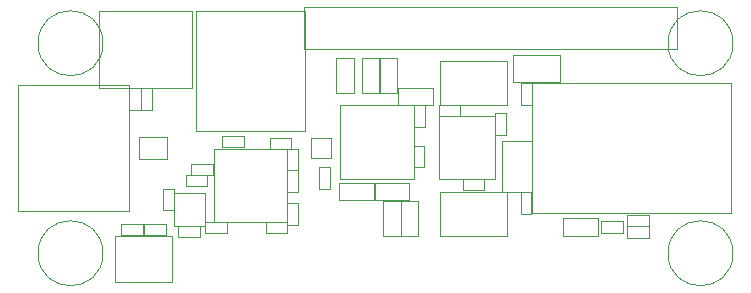
<source format=gbr>
%TF.GenerationSoftware,KiCad,Pcbnew,9.0.7*%
%TF.CreationDate,2026-01-28T15:54:31+01:00*%
%TF.ProjectId,RoyalBlue54L-Feather,526f7961-6c42-46c7-9565-35344c2d4665,rev?*%
%TF.SameCoordinates,Original*%
%TF.FileFunction,Other,User*%
%FSLAX46Y46*%
G04 Gerber Fmt 4.6, Leading zero omitted, Abs format (unit mm)*
G04 Created by KiCad (PCBNEW 9.0.7) date 2026-01-28 15:54:31*
%MOMM*%
%LPD*%
G01*
G04 APERTURE LIST*
%ADD10C,0.050000*%
G04 APERTURE END LIST*
D10*
%TO.C,H4*%
X177730000Y-113870000D02*
G75*
G02*
X172230000Y-113870000I-2750000J0D01*
G01*
X172230000Y-113870000D02*
G75*
G02*
X177730000Y-113870000I2750000J0D01*
G01*
%TO.C,C25*%
X152800000Y-101350000D02*
X154620000Y-101350000D01*
X152800000Y-102270000D02*
X152800000Y-101350000D01*
X154620000Y-101350000D02*
X154620000Y-102270000D01*
X154620000Y-102270000D02*
X152800000Y-102270000D01*
%TO.C,R5*%
X168770000Y-111600000D02*
X170630000Y-111600000D01*
X168770000Y-112540000D02*
X168770000Y-111600000D01*
X170630000Y-111600000D02*
X170630000Y-112540000D01*
X170630000Y-112540000D02*
X168770000Y-112540000D01*
%TO.C,J4*%
X132280000Y-93358000D02*
X132280000Y-103558000D01*
X132280000Y-103558000D02*
X141480000Y-103558000D01*
X141480000Y-93358000D02*
X132280000Y-93358000D01*
X141480000Y-103558000D02*
X141480000Y-93358000D01*
%TO.C,U1*%
X177520000Y-99480000D02*
X160720000Y-99480000D01*
X160720000Y-110480000D01*
X177520000Y-110480000D01*
X177520000Y-99480000D01*
%TO.C,R6*%
X166520000Y-111180000D02*
X168380000Y-111180000D01*
X166520000Y-112120000D02*
X166520000Y-111180000D01*
X168380000Y-111180000D02*
X168380000Y-112120000D01*
X168380000Y-112120000D02*
X166520000Y-112120000D01*
%TO.C,C10*%
X139980000Y-106850000D02*
X140900000Y-106850000D01*
X139980000Y-108670000D02*
X139980000Y-106850000D01*
X140900000Y-106850000D02*
X140900000Y-108670000D01*
X140900000Y-108670000D02*
X139980000Y-108670000D01*
%TO.C,R7*%
X168770000Y-110660000D02*
X170630000Y-110660000D01*
X168770000Y-111600000D02*
X168770000Y-110660000D01*
X170630000Y-110660000D02*
X170630000Y-111600000D01*
X170630000Y-111600000D02*
X168770000Y-111600000D01*
%TO.C,D3*%
X142030000Y-104130000D02*
X142030000Y-105830000D01*
X142030000Y-105830000D02*
X143730000Y-105830000D01*
X143730000Y-104130000D02*
X142030000Y-104130000D01*
X143730000Y-105830000D02*
X143730000Y-104130000D01*
%TO.C,U2*%
X144480000Y-101360000D02*
X144480000Y-107560000D01*
X144480000Y-107560000D02*
X150680000Y-107560000D01*
X150680000Y-101360000D02*
X144480000Y-101360000D01*
X150680000Y-107560000D02*
X150680000Y-101360000D01*
%TO.C,C23*%
X138490000Y-104110000D02*
X140310000Y-104110000D01*
X138490000Y-105030000D02*
X138490000Y-104110000D01*
X140310000Y-104110000D02*
X140310000Y-105030000D01*
X140310000Y-105030000D02*
X138490000Y-105030000D01*
%TO.C,R2*%
X126633416Y-99915058D02*
X127573416Y-99915058D01*
X126633416Y-101775058D02*
X126633416Y-99915058D01*
X127573416Y-99915058D02*
X127573416Y-101775058D01*
X127573416Y-101775058D02*
X126633416Y-101775058D01*
%TO.C,C24*%
X157600000Y-102030000D02*
X158520000Y-102030000D01*
X157600000Y-103850000D02*
X157600000Y-102030000D01*
X158520000Y-102030000D02*
X158520000Y-103850000D01*
X158520000Y-103850000D02*
X157600000Y-103850000D01*
%TO.C,H2*%
X177730000Y-96090000D02*
G75*
G02*
X172230000Y-96090000I-2750000J0D01*
G01*
X172230000Y-96090000D02*
G75*
G02*
X177730000Y-96090000I2750000J0D01*
G01*
%TO.C,C19*%
X139980000Y-109620000D02*
X140900000Y-109620000D01*
X139980000Y-111440000D02*
X139980000Y-109620000D01*
X140900000Y-109620000D02*
X140900000Y-111440000D01*
X140900000Y-111440000D02*
X139980000Y-111440000D01*
%TO.C,C1*%
X150680000Y-104780000D02*
X151600000Y-104780000D01*
X150680000Y-106600000D02*
X150680000Y-104780000D01*
X151600000Y-104780000D02*
X151600000Y-106600000D01*
X151600000Y-106600000D02*
X150680000Y-106600000D01*
%TO.C,J3*%
X117210000Y-99660000D02*
X117210000Y-110300000D01*
X126630000Y-99660000D02*
X117210000Y-99660000D01*
X126630000Y-99660000D02*
X126630000Y-110300000D01*
X126630000Y-110300000D02*
X117210000Y-110300000D01*
%TO.C,C18*%
X129470000Y-108390000D02*
X130390000Y-108390000D01*
X129470000Y-110210000D02*
X129470000Y-108390000D01*
X130390000Y-108390000D02*
X130390000Y-110210000D01*
X130390000Y-110210000D02*
X129470000Y-110210000D01*
%TO.C,U4*%
X158210000Y-104400000D02*
X158210000Y-108660000D01*
X158210000Y-108660000D02*
X160710000Y-108660000D01*
X160710000Y-104400000D02*
X158210000Y-104400000D01*
X160710000Y-108660000D02*
X160710000Y-104400000D01*
%TO.C,C4*%
X147850000Y-97340000D02*
X149310000Y-97340000D01*
X147850000Y-100300000D02*
X147850000Y-97340000D01*
X149310000Y-97340000D02*
X149310000Y-100300000D01*
X149310000Y-100300000D02*
X147850000Y-100300000D01*
%TO.C,Y2*%
X130390000Y-108800000D02*
X130390000Y-111600000D01*
X130390000Y-111600000D02*
X132990000Y-111600000D01*
X132990000Y-108800000D02*
X130390000Y-108800000D01*
X132990000Y-111600000D02*
X132990000Y-108800000D01*
%TO.C,C16*%
X133050000Y-111250000D02*
X134870000Y-111250000D01*
X133050000Y-112170000D02*
X133050000Y-111250000D01*
X134870000Y-111250000D02*
X134870000Y-112170000D01*
X134870000Y-112170000D02*
X133050000Y-112170000D01*
%TO.C,C22*%
X131870000Y-106320000D02*
X133690000Y-106320000D01*
X131870000Y-107240000D02*
X131870000Y-106320000D01*
X133690000Y-106320000D02*
X133690000Y-107240000D01*
X133690000Y-107240000D02*
X131870000Y-107240000D01*
%TO.C,C9*%
X159800000Y-99480000D02*
X160720000Y-99480000D01*
X159800000Y-101300000D02*
X159800000Y-99480000D01*
X160720000Y-99480000D02*
X160720000Y-101300000D01*
X160720000Y-101300000D02*
X159800000Y-101300000D01*
%TO.C,C6*%
X144150000Y-97340000D02*
X145610000Y-97340000D01*
X144150000Y-100300000D02*
X144150000Y-97340000D01*
X145610000Y-97340000D02*
X145610000Y-100300000D01*
X145610000Y-100300000D02*
X144150000Y-100300000D01*
%TO.C,H3*%
X124390000Y-113870000D02*
G75*
G02*
X118890000Y-113870000I-2750000J0D01*
G01*
X118890000Y-113870000D02*
G75*
G02*
X124390000Y-113870000I2750000J0D01*
G01*
%TO.C,R8*%
X142640000Y-106590000D02*
X143580000Y-106590000D01*
X142640000Y-108450000D02*
X142640000Y-106590000D01*
X143580000Y-106590000D02*
X143580000Y-108450000D01*
X143580000Y-108450000D02*
X142640000Y-108450000D01*
%TO.C,D1*%
X163370000Y-110920000D02*
X166330000Y-110920000D01*
X163370000Y-112380000D02*
X163370000Y-110920000D01*
X166330000Y-110920000D02*
X166330000Y-112380000D01*
X166330000Y-112380000D02*
X163370000Y-112380000D01*
%TO.C,C13*%
X127880000Y-111395000D02*
X129700000Y-111395000D01*
X127880000Y-112315000D02*
X127880000Y-111395000D01*
X129700000Y-111395000D02*
X129700000Y-112315000D01*
X129700000Y-112315000D02*
X127880000Y-112315000D01*
%TO.C,SW1*%
X152910000Y-108680000D02*
X158610000Y-108680000D01*
X152910000Y-112380000D02*
X152910000Y-108680000D01*
X158610000Y-108680000D02*
X158610000Y-112380000D01*
X158610000Y-112380000D02*
X152910000Y-112380000D01*
%TO.C,U6*%
X152800000Y-102270000D02*
X152800000Y-107570000D01*
X152800000Y-107570000D02*
X157600000Y-107570000D01*
X157600000Y-102270000D02*
X152800000Y-102270000D01*
X157600000Y-107570000D02*
X157600000Y-102270000D01*
%TO.C,R4*%
X150730000Y-101360000D02*
X151670000Y-101360000D01*
X150730000Y-103220000D02*
X150730000Y-101360000D01*
X151670000Y-101360000D02*
X151670000Y-103220000D01*
X151670000Y-103220000D02*
X150730000Y-103220000D01*
%TO.C,C11*%
X149340000Y-99860000D02*
X152300000Y-99860000D01*
X149340000Y-101320000D02*
X149340000Y-99860000D01*
X152300000Y-99860000D02*
X152300000Y-101320000D01*
X152300000Y-101320000D02*
X149340000Y-101320000D01*
%TO.C,Y1*%
X159090000Y-99380000D02*
X159090000Y-97080000D01*
X163090000Y-97080000D02*
X159090000Y-97080000D01*
X163090000Y-99380000D02*
X159090000Y-99380000D01*
X163090000Y-99380000D02*
X163090000Y-97080000D01*
%TO.C,H1*%
X124390000Y-96090000D02*
G75*
G02*
X118890000Y-96090000I-2750000J0D01*
G01*
X118890000Y-96090000D02*
G75*
G02*
X124390000Y-96090000I2750000J0D01*
G01*
%TO.C,SW2*%
X152910000Y-97580000D02*
X158610000Y-97580000D01*
X152910000Y-101280000D02*
X152910000Y-97580000D01*
X158610000Y-97580000D02*
X158610000Y-101280000D01*
X158610000Y-101280000D02*
X152910000Y-101280000D01*
%TO.C,J2*%
X141430000Y-93020000D02*
X141430000Y-96620000D01*
X141430000Y-96620000D02*
X172980000Y-96620000D01*
X172980000Y-93020000D02*
X141430000Y-93020000D01*
X172980000Y-96620000D02*
X172980000Y-93020000D01*
%TO.C,J6*%
X125410000Y-112430000D02*
X130210000Y-112430000D01*
X130210000Y-116330000D01*
X125410000Y-116330000D01*
X125410000Y-112430000D01*
%TO.C,C8*%
X149640000Y-109450000D02*
X151100000Y-109450000D01*
X149640000Y-112410000D02*
X149640000Y-109450000D01*
X151100000Y-109450000D02*
X151100000Y-112410000D01*
X151100000Y-112410000D02*
X149640000Y-112410000D01*
%TO.C,C2*%
X147380000Y-107940000D02*
X150340000Y-107940000D01*
X147380000Y-109400000D02*
X147380000Y-107940000D01*
X150340000Y-107940000D02*
X150340000Y-109400000D01*
X150340000Y-109400000D02*
X147380000Y-109400000D01*
%TO.C,R3*%
X127573416Y-99915058D02*
X128513416Y-99915058D01*
X127573416Y-101775058D02*
X127573416Y-99915058D01*
X128513416Y-99915058D02*
X128513416Y-101775058D01*
X128513416Y-101775058D02*
X127573416Y-101775058D01*
%TO.C,C15*%
X138160000Y-111230000D02*
X139980000Y-111230000D01*
X138160000Y-112150000D02*
X138160000Y-111230000D01*
X139980000Y-111230000D02*
X139980000Y-112150000D01*
X139980000Y-112150000D02*
X138160000Y-112150000D01*
%TO.C,U3*%
X127410000Y-104022500D02*
X127410000Y-105922500D01*
X127410000Y-105922500D02*
X129810000Y-105922500D01*
X129810000Y-104022500D02*
X127410000Y-104022500D01*
X129810000Y-105922500D02*
X129810000Y-104022500D01*
%TO.C,L1*%
X148130000Y-109450000D02*
X149590000Y-109450000D01*
X148130000Y-112410000D02*
X148130000Y-109450000D01*
X149590000Y-109450000D02*
X149590000Y-112410000D01*
X149590000Y-112410000D02*
X148130000Y-112410000D01*
%TO.C,C14*%
X125920000Y-111395000D02*
X127740000Y-111395000D01*
X125920000Y-112315000D02*
X125920000Y-111395000D01*
X127740000Y-111395000D02*
X127740000Y-112315000D01*
X127740000Y-112315000D02*
X125920000Y-112315000D01*
%TO.C,C5*%
X146280000Y-97340000D02*
X147740000Y-97340000D01*
X146280000Y-100300000D02*
X146280000Y-97340000D01*
X147740000Y-97340000D02*
X147740000Y-100300000D01*
X147740000Y-100300000D02*
X146280000Y-100300000D01*
%TO.C,C7*%
X139980000Y-105030000D02*
X140900000Y-105030000D01*
X139980000Y-106850000D02*
X139980000Y-105030000D01*
X140900000Y-105030000D02*
X140900000Y-106850000D01*
X140900000Y-106850000D02*
X139980000Y-106850000D01*
%TO.C,R1*%
X154830000Y-107570000D02*
X156690000Y-107570000D01*
X154830000Y-108510000D02*
X154830000Y-107570000D01*
X156690000Y-107570000D02*
X156690000Y-108510000D01*
X156690000Y-108510000D02*
X154830000Y-108510000D01*
%TO.C,C21*%
X131390000Y-107280000D02*
X133210000Y-107280000D01*
X131390000Y-108200000D02*
X131390000Y-107280000D01*
X133210000Y-107280000D02*
X133210000Y-108200000D01*
X133210000Y-108200000D02*
X131390000Y-108200000D01*
%TO.C,J5*%
X124090000Y-93353000D02*
X124090000Y-99913000D01*
X124090000Y-99913000D02*
X131890000Y-99913000D01*
X131890000Y-93353000D02*
X124090000Y-93353000D01*
X131890000Y-99913000D02*
X131890000Y-93353000D01*
%TO.C,C3*%
X144360000Y-107940000D02*
X147320000Y-107940000D01*
X144360000Y-109400000D02*
X144360000Y-107940000D01*
X147320000Y-107940000D02*
X147320000Y-109400000D01*
X147320000Y-109400000D02*
X144360000Y-109400000D01*
%TO.C,C17*%
X134480000Y-103940000D02*
X136300000Y-103940000D01*
X134480000Y-104860000D02*
X134480000Y-103940000D01*
X136300000Y-103940000D02*
X136300000Y-104860000D01*
X136300000Y-104860000D02*
X134480000Y-104860000D01*
%TO.C,U5*%
X133780000Y-105030000D02*
X133780000Y-111230000D01*
X133780000Y-111230000D02*
X139980000Y-111230000D01*
X139980000Y-105030000D02*
X133780000Y-105030000D01*
X139980000Y-111230000D02*
X139980000Y-105030000D01*
%TO.C,C12*%
X159750000Y-108710000D02*
X160670000Y-108710000D01*
X159750000Y-110530000D02*
X159750000Y-108710000D01*
X160670000Y-108710000D02*
X160670000Y-110530000D01*
X160670000Y-110530000D02*
X159750000Y-110530000D01*
%TO.C,C20*%
X130780000Y-111600000D02*
X132600000Y-111600000D01*
X130780000Y-112520000D02*
X130780000Y-111600000D01*
X132600000Y-111600000D02*
X132600000Y-112520000D01*
X132600000Y-112520000D02*
X130780000Y-112520000D01*
%TD*%
M02*

</source>
